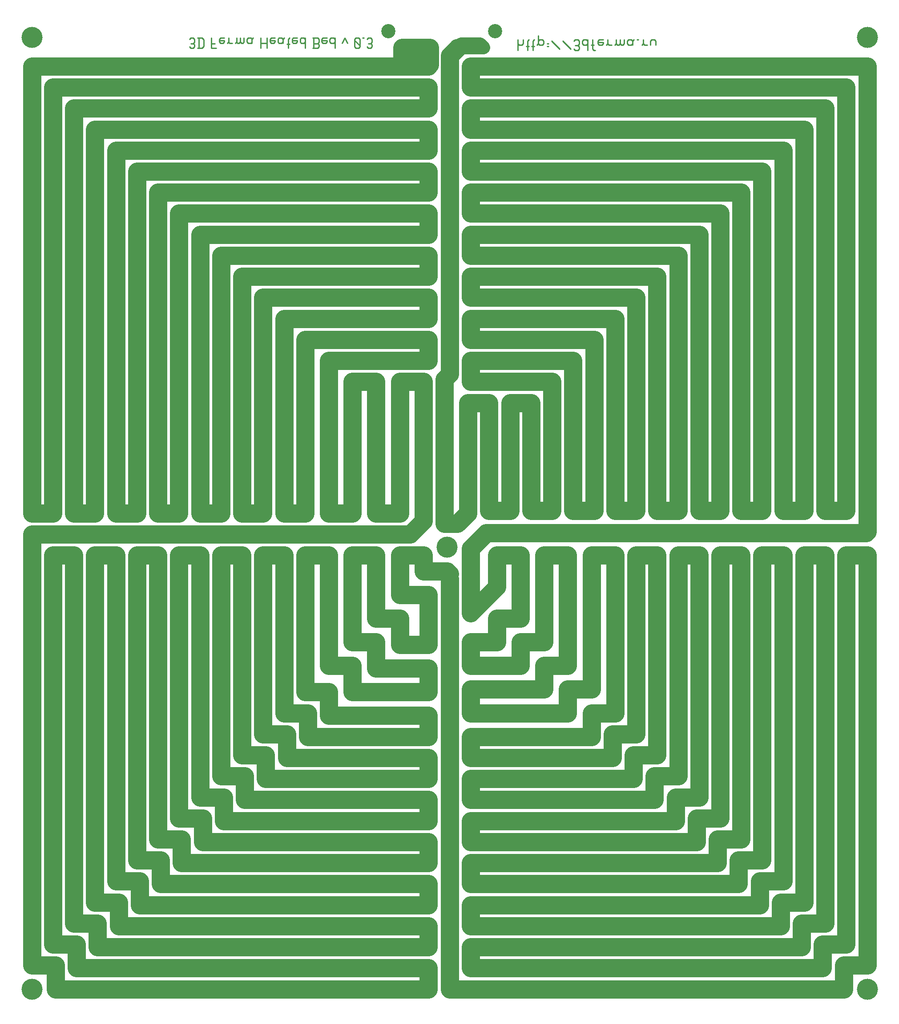
<source format=gbr>
G04 start of page 3 for group 1 idx 1 *
G04 Title: (unknown), bottom *
G04 Creator: pcb 1.99z *
G04 CreationDate: Sun 10 Nov 2013 02:53:38 PM GMT UTC *
G04 For: andrey *
G04 Format: Gerber/RS-274X *
G04 PCB-Dimensions (mm): 165.00 187.00 *
G04 PCB-Coordinate-Origin: lower left *
%MOMM*%
%FSLAX43Y43*%
%LNBOTTOM*%
%ADD24C,1.500*%
%ADD23C,3.000*%
%ADD22C,4.000*%
%ADD21C,2.700*%
%ADD20C,0.254*%
%ADD19C,3.400*%
%ADD18C,2.500*%
%ADD17C,3.450*%
%ADD16C,3.446*%
G54D16*X75000Y89500D02*X73500D01*
X77500Y92000D02*X75000Y89500D01*
X68500Y93500D02*X73000D01*
X59500D02*X64000D01*
X74000Y89500D02*X70500D01*
X51000Y93500D02*X55000D01*
X77500Y118500D02*Y92000D01*
X73000Y118500D02*X77500D01*
X73000Y93500D02*Y118500D01*
X68500D02*Y93500D01*
X64000Y118500D02*X68500D01*
X64000Y93500D02*Y118500D01*
X59500Y122500D02*Y93500D01*
X78500Y122500D02*X59500D01*
X55000Y93500D02*Y126500D01*
X51000Y130500D02*Y93500D01*
X47000D02*Y134500D01*
X43000Y93500D02*X47000D01*
X35000D02*X39000D01*
X55000Y126500D02*X78500D01*
Y130500D02*X51000D01*
X47000Y134500D02*X78500D01*
X43000Y138500D02*Y93500D01*
X39000D02*Y142500D01*
X35000Y146500D02*Y93500D01*
X78500Y138500D02*X43000D01*
X39000Y142500D02*X78500D01*
Y146500D02*X35000D01*
X31000Y150500D02*X78500D01*
Y154500D02*X27000D01*
X31000Y93500D02*Y150500D01*
X27000Y93500D02*X31000D01*
X19000D02*X23000D01*
X11000D02*X15000D01*
X27000Y154500D02*Y93500D01*
X23000D02*Y158500D01*
X19000Y162500D02*Y93500D01*
X15000D02*Y166500D01*
X11000Y170500D02*Y93500D01*
X7000D02*Y174500D01*
X3000Y178500D02*Y93500D01*
G54D17*Y89500D02*Y7500D01*
X7000Y11500D02*Y85500D01*
X11000D02*Y15500D01*
X15000Y19500D02*Y85500D01*
X19000D02*Y23500D01*
X3000Y7500D02*X7500D01*
Y3000D01*
X11500Y11500D02*X7000D01*
X19500Y15000D02*Y19500D01*
X15000D01*
X19000Y23500D02*X23500D01*
Y19000D01*
X27500Y23000D02*Y27500D01*
X23000D01*
X27000Y31500D02*X31500D01*
Y27000D01*
X23000Y27500D02*Y85500D01*
X27000D02*Y31500D01*
X31000Y35500D02*Y85500D01*
X35000D02*Y39500D01*
X39000Y43500D02*Y85500D01*
X43000D02*Y47500D01*
X47000Y51500D02*Y85500D01*
G54D16*X3000Y89500D02*X71500D01*
X3000Y93500D02*X7000D01*
X89500Y89750D02*X89375Y89625D01*
X87500Y87750D02*X89500Y89750D01*
G54D17*X86500Y86750D02*X89125Y89375D01*
G54D16*X47000Y85500D02*X51000D01*
X39000D02*X43000D01*
X31000D02*X35000D01*
X23000D02*X27000D01*
X15000D02*X19000D01*
X7000D02*X11000D01*
G54D17*X87000Y87250D02*X87375Y87625D01*
X51000Y85500D02*Y55500D01*
X55000Y59500D02*Y85500D01*
X51000Y55500D02*X55500D01*
X59500Y55000D02*Y59500D01*
X55000D01*
Y85500D02*X59500D01*
X64000D02*X68500D01*
X59500D02*Y64500D01*
X64000Y69000D02*Y85500D01*
X68500D02*Y73500D01*
X78500Y78000D02*X73000D01*
Y85500D01*
X77500D01*
Y82500D01*
X82000D01*
X86500Y74500D02*Y86750D01*
X59500Y64500D02*X64000D01*
Y59500D01*
X78500D01*
Y64000D01*
X68500D01*
Y69000D01*
X64000D01*
X73000Y68500D02*X78500D01*
X68500Y73500D02*X73000D01*
Y68500D01*
X78500D02*Y78000D01*
X86500Y55500D02*Y60000D01*
Y64500D02*Y69000D01*
G54D18*X88255Y182741D02*X88920Y182076D01*
X84759Y182741D02*X88255D01*
X84094Y182076D02*X84759Y182741D01*
X88920Y182076D02*X84094D01*
G54D17*X82500Y180482D02*X84094Y182076D01*
X86500Y162500D02*Y158500D01*
Y170500D02*Y166500D01*
Y174500D02*X90000D01*
X92500Y178500D02*X86500D01*
G54D19*X73500Y182076D02*Y178500D01*
X77076D02*X73500Y182076D01*
X78760D02*Y178760D01*
X73680Y182076D02*X78760D01*
X78500Y178500D02*X77076D01*
G54D16*X78500Y174500D02*Y170500D01*
Y166500D02*Y162500D01*
G54D19*X78760Y178760D02*X78500Y178500D01*
G54D16*X3000D01*
X78500Y170500D02*X11000D01*
X7000Y174500D02*X78500D01*
X23000Y158500D02*X78500D01*
Y162500D02*X19000D01*
X15000Y166500D02*X78500D01*
G54D17*X84000Y91500D02*X86000Y93500D01*
Y114500D02*Y94000D01*
X81500Y91500D02*X84000D01*
X94000Y94000D02*X90000D01*
X102000D02*X98000D01*
X110000D02*X106000D01*
X81500Y103500D02*Y91500D01*
Y102500D02*Y119000D01*
G54D16*X161750Y89750D02*X89500D01*
X161750D02*X162000Y90000D01*
X154000Y85500D02*X150000D01*
X162000D02*X158000D01*
X118000Y94000D02*X114000D01*
X126000D02*X122000D01*
X134000D02*X130000D01*
X142000D02*X138000D01*
X150000D02*X146000D01*
X158000D02*X154000D01*
G54D17*X82500Y120000D02*X81500Y119000D01*
X82000Y119500D01*
X90000Y114500D02*X86000D01*
X98000D02*X94000D01*
X86500Y122500D02*Y118500D01*
G54D16*X78500Y126500D02*Y122500D01*
Y134500D02*Y130500D01*
Y142500D02*Y138500D01*
Y150500D02*Y146500D01*
Y158500D02*Y154500D01*
G54D17*X106000Y122500D02*X86500D01*
Y126500D02*X90000D01*
X86500Y134500D02*X92500D01*
X86500Y142500D02*X89500D01*
X86500Y150500D02*X90000D01*
X86500Y158500D02*X89000D01*
X86500Y166500D02*X89000D01*
X82500Y120000D02*Y180482D01*
X86500Y130500D02*Y126500D01*
Y138500D02*Y134500D01*
Y146500D02*Y142500D01*
Y154500D02*Y150500D01*
Y178500D02*Y174500D01*
X90000Y94000D02*Y114500D01*
X94000D02*Y94000D01*
X98000D02*Y114500D01*
X102000Y118500D02*Y94000D01*
X86500Y118500D02*X102000D01*
X106000Y94000D02*Y122500D01*
X110000Y126500D02*Y94000D01*
G54D16*X88500Y126500D02*X110000D01*
X114000Y94000D02*Y130500D01*
X118000Y134500D02*Y94000D01*
X114000Y85500D02*X110000D01*
X122000D02*X118000D01*
X162000Y178500D02*X92000D01*
G54D17*X138000Y154500D02*X86500D01*
X146000Y162500D02*X86500D01*
G54D16*X88500Y158500D02*X142000D01*
G54D17*X154000Y170500D02*X86500D01*
G54D16*X88500Y174500D02*X158000D01*
G54D17*X114000Y130500D02*X86500D01*
X122000Y138500D02*X86500D01*
X130000Y146500D02*X86500D01*
G54D16*X88500Y142500D02*X126000D01*
X88500Y134500D02*X118000D01*
X88500Y150500D02*X134000D01*
X88500Y166500D02*X150000D01*
X122000Y94000D02*Y138500D01*
X126000Y142500D02*Y94000D01*
X130000D02*Y146500D01*
Y85500D02*X126000D01*
X134000Y150500D02*Y94000D01*
X138000D02*Y154500D01*
X142000Y158500D02*Y94000D01*
X146000D02*Y162500D01*
X138000Y85500D02*X134000D01*
X146000D02*X142000D01*
X146000D02*X142500D01*
X150000Y166500D02*Y94000D01*
X154000D02*Y170500D01*
X158000Y174500D02*Y94000D01*
X162000Y90000D02*Y178500D01*
G54D17*X82000Y82500D02*X82500Y82000D01*
G54D16*X78500Y19000D02*Y23000D01*
Y11000D02*Y15000D01*
Y3000D02*Y7000D01*
X82500Y81000D02*Y3000D01*
X86500Y47000D02*Y51000D01*
Y39000D02*Y43000D01*
Y7000D02*Y11000D01*
Y31000D02*Y35000D01*
Y23000D02*Y27000D01*
Y15000D02*Y19000D01*
X78500Y51000D02*Y55000D01*
Y43000D02*Y47000D01*
Y35000D02*Y39000D01*
Y27000D02*Y31000D01*
G54D17*X7500Y3000D02*X78500D01*
Y7000D02*X11500D01*
X15500Y11000D02*X78500D01*
Y15000D02*X19500D01*
X11500Y7000D02*Y11500D01*
X11000Y15500D02*X15500D01*
Y11000D01*
X23500Y19000D02*X78500D01*
Y23000D02*X27500D01*
X31500Y27000D02*X78500D01*
Y31000D02*X35500D01*
X39500Y35000D02*X78500D01*
X35500Y31000D02*Y35500D01*
X31000D01*
X35000Y39500D02*X39500D01*
Y35000D01*
X78500Y39000D02*X43500D01*
X47500Y43000D02*X78500D01*
Y47000D02*X51500D01*
X43500Y39000D02*Y43500D01*
X39000D01*
X43000Y47500D02*X47500D01*
Y43000D01*
X51500Y47000D02*Y51500D01*
X47000D01*
X55500Y55500D02*Y51000D01*
X78500D01*
Y55000D02*X59500D01*
X162000Y7500D02*Y85500D01*
X158000D02*Y11500D01*
X150000Y19500D02*X145500D01*
Y15000D01*
X154000Y15500D02*Y85500D01*
X150000D02*Y19500D01*
X146000Y23500D02*Y85500D01*
X142000D02*Y27500D01*
X138000Y31500D02*Y85500D01*
X134000D02*Y35500D01*
X82500Y3000D02*X157000D01*
X153500Y7000D02*X86500D01*
Y11000D02*X149500D01*
X82500Y3000D02*X157500D01*
Y7500D01*
X162000D01*
X158000Y11500D02*X153500D01*
Y7000D01*
X149500Y11000D02*Y15500D01*
X154000D01*
X145500Y15000D02*X86500D01*
Y19000D02*X141500D01*
X137500Y23000D02*X86500D01*
Y27000D02*X133500D01*
X141500Y19000D02*Y23500D01*
X146000D01*
X142000Y27500D02*X137500D01*
Y23000D01*
X133500Y27000D02*Y31500D01*
X138000D01*
X109500Y85500D02*Y60000D01*
X105000Y64500D02*Y85500D01*
X100500D01*
Y69000D01*
X109500Y60000D02*X105000D01*
X100500D02*Y64500D01*
X105000D01*
X100500Y69000D02*X96000D01*
Y64500D01*
X105000Y60000D02*Y55500D01*
X86500D01*
Y60000D02*X100500D01*
X96000Y64500D02*X86500D01*
Y69000D02*X91500D01*
Y73500D01*
X96000D01*
Y85500D01*
X91500D01*
Y79500D01*
X86500Y74500D01*
X134000Y35500D02*X129500D01*
Y31000D01*
X125500Y35000D02*Y39500D01*
X130000D01*
X126000Y43500D02*X121500D01*
Y39000D01*
X117500Y43000D02*Y47500D01*
X122000D01*
X118000Y51500D02*X113500D01*
Y47000D01*
X109500Y51000D02*Y55500D01*
X114000D01*
X129500Y31000D02*X86500D01*
Y35000D02*X125500D01*
X121500Y39000D02*X86500D01*
Y43000D02*X117500D01*
X130000Y39500D02*Y85500D01*
X126000D02*Y43500D01*
X122000Y47500D02*Y85500D01*
X118000D02*Y51500D01*
X114000Y55500D02*Y85500D01*
X113500Y47000D02*X86500D01*
Y51000D02*X109500D01*
G54D20*X33000Y182212D02*X33237Y181975D01*
X33712D01*
X33950Y182212D01*
X33712Y183875D02*X33950Y183637D01*
X33237Y183875D02*X33712D01*
X33000Y183637D02*X33237Y183875D01*
Y182830D02*X33712D01*
X33950Y182212D02*Y182592D01*
Y183067D02*Y183637D01*
Y183067D02*X33712Y182830D01*
X33950Y182592D02*X33712Y182830D01*
X34757Y181975D02*Y183875D01*
X35375Y181975D02*X35707Y182307D01*
Y183542D01*
X35375Y183875D02*X35707Y183542D01*
X34520Y183875D02*X35375D01*
X34520Y181975D02*X35375D01*
X37132D02*Y183875D01*
Y181975D02*X38082D01*
X37132Y182830D02*X37845D01*
X38890Y183875D02*X39602D01*
X38652Y183637D02*X38890Y183875D01*
X38652Y183162D02*Y183637D01*
Y183162D02*X38890Y182925D01*
X39365D01*
X39602Y183162D01*
X38652Y183400D02*X39602D01*
Y183162D02*Y183400D01*
X40410Y183162D02*Y183875D01*
Y183162D02*X40647Y182925D01*
X41122D01*
X40172D02*X40410Y183162D01*
X41930D02*Y183875D01*
Y183162D02*X42167Y182925D01*
X42405D01*
X42642Y183162D01*
Y183875D01*
Y183162D02*X42880Y182925D01*
X43117D01*
X43355Y183162D01*
Y183875D01*
X41692Y182925D02*X41930Y183162D01*
X44637Y182925D02*X44875Y183162D01*
X44162Y182925D02*X44637D01*
X43925Y183162D02*X44162Y182925D01*
X43925Y183162D02*Y183637D01*
X44162Y183875D01*
X44875Y182925D02*Y183637D01*
X45112Y183875D01*
X44162D02*X44637D01*
X44875Y183637D01*
X46537Y181975D02*Y183875D01*
X47724Y181975D02*Y183875D01*
X46537Y182925D02*X47724D01*
X48532Y183875D02*X49244D01*
X48294Y183637D02*X48532Y183875D01*
X48294Y183162D02*Y183637D01*
Y183162D02*X48532Y182925D01*
X49007D01*
X49244Y183162D01*
X48294Y183400D02*X49244D01*
Y183162D02*Y183400D01*
X50527Y182925D02*X50764Y183162D01*
X50052Y182925D02*X50527D01*
X49814Y183162D02*X50052Y182925D01*
X49814Y183162D02*Y183637D01*
X50052Y183875D01*
X50764Y182925D02*Y183637D01*
X51002Y183875D01*
X50052D02*X50527D01*
X50764Y183637D01*
X51809Y181975D02*Y183637D01*
X52047Y183875D01*
X51572Y182687D02*X52047D01*
X52759Y183875D02*X53472D01*
X52522Y183637D02*X52759Y183875D01*
X52522Y183162D02*Y183637D01*
Y183162D02*X52759Y182925D01*
X53234D01*
X53472Y183162D01*
X52522Y183400D02*X53472D01*
Y183162D02*Y183400D01*
X54992Y181975D02*Y183875D01*
X54754D02*X54992Y183637D01*
X54279Y183875D02*X54754D01*
X54042Y183637D02*X54279Y183875D01*
X54042Y183162D02*Y183637D01*
Y183162D02*X54279Y182925D01*
X54754D01*
X54992Y183162D01*
X56417Y183875D02*X57366D01*
X57604Y183637D01*
Y183067D02*Y183637D01*
X57366Y182830D02*X57604Y183067D01*
X56654Y182830D02*X57366D01*
X56654Y181975D02*Y183875D01*
X56417Y181975D02*X57366D01*
X57604Y182212D01*
Y182592D01*
X57366Y182830D02*X57604Y182592D01*
X58411Y183875D02*X59124D01*
X58174Y183637D02*X58411Y183875D01*
X58174Y183162D02*Y183637D01*
Y183162D02*X58411Y182925D01*
X58886D01*
X59124Y183162D01*
X58174Y183400D02*X59124D01*
Y183162D02*Y183400D01*
X60644Y181975D02*Y183875D01*
X60406D02*X60644Y183637D01*
X59931Y183875D02*X60406D01*
X59694Y183637D02*X59931Y183875D01*
X59694Y183162D02*Y183637D01*
Y183162D02*X59931Y182925D01*
X60406D01*
X60644Y183162D01*
X62069Y182925D02*X62544Y183875D01*
X63019Y182925D02*X62544Y183875D01*
X64444Y183637D02*X64681Y183875D01*
X64444Y182212D02*Y183637D01*
Y182212D02*X64681Y181975D01*
X65156D01*
X65394Y182212D01*
Y183637D01*
X65156Y183875D02*X65394Y183637D01*
X64681Y183875D02*X65156D01*
X64444Y183400D02*X65394Y182450D01*
X65964Y183875D02*X66201D01*
X66771Y182212D02*X67009Y181975D01*
X67484D01*
X67721Y182212D01*
X67484Y183875D02*X67721Y183637D01*
X67009Y183875D02*X67484D01*
X66771Y183637D02*X67009Y183875D01*
Y182830D02*X67484D01*
X67721Y182212D02*Y182592D01*
Y183067D02*Y183637D01*
Y183067D02*X67484Y182830D01*
X67721Y182592D02*X67484Y182830D01*
X95500Y181508D02*Y183540D01*
Y182778D02*X95754Y182524D01*
X96262D01*
X96516Y182778D01*
Y183540D01*
X97380Y181508D02*Y183286D01*
X97634Y183540D01*
X97126Y182270D02*X97634D01*
X98396Y181508D02*Y183286D01*
X98650Y183540D01*
X98142Y182270D02*X98650D01*
X99412Y182778D02*Y184302D01*
X99158Y182524D02*X99412Y182778D01*
X99666Y182524D01*
X100174D01*
X100428Y182778D01*
Y183286D01*
X100174Y183540D02*X100428Y183286D01*
X99666Y183540D02*X100174D01*
X99412Y183286D02*X99666Y183540D01*
X101037Y182270D02*X101291D01*
X101037Y182778D02*X101291D01*
X101901Y183286D02*X103425Y181762D01*
X104034Y183286D02*X105558Y181762D01*
X106168D02*X106422Y181508D01*
X106930D01*
X107184Y181762D01*
X106930Y183540D02*X107184Y183286D01*
X106422Y183540D02*X106930D01*
X106168Y183286D02*X106422Y183540D01*
Y182422D02*X106930D01*
X107184Y181762D02*Y182168D01*
Y182676D02*Y183286D01*
Y182676D02*X106930Y182422D01*
X107184Y182168D02*X106930Y182422D01*
X108810Y181508D02*Y183540D01*
X108556D02*X108810Y183286D01*
X108048Y183540D02*X108556D01*
X107794Y183286D02*X108048Y183540D01*
X107794Y182778D02*Y183286D01*
Y182778D02*X108048Y182524D01*
X108556D01*
X108810Y182778D01*
X109673Y181762D02*Y183540D01*
Y181762D02*X109927Y181508D01*
X110181D01*
X109419Y182524D02*X109927D01*
X110943Y183540D02*X111705D01*
X110689Y183286D02*X110943Y183540D01*
X110689Y182778D02*Y183286D01*
Y182778D02*X110943Y182524D01*
X111451D01*
X111705Y182778D01*
X110689Y183032D02*X111705D01*
Y182778D02*Y183032D01*
X112569Y182778D02*Y183540D01*
Y182778D02*X112823Y182524D01*
X113331D01*
X112315D02*X112569Y182778D01*
X114194D02*Y183540D01*
Y182778D02*X114448Y182524D01*
X114702D01*
X114956Y182778D01*
Y183540D01*
Y182778D02*X115210Y182524D01*
X115464D01*
X115718Y182778D01*
Y183540D01*
X113940Y182524D02*X114194Y182778D01*
X117090Y182524D02*X117344Y182778D01*
X116582Y182524D02*X117090D01*
X116328Y182778D02*X116582Y182524D01*
X116328Y182778D02*Y183286D01*
X116582Y183540D01*
X117344Y182524D02*Y183286D01*
X117598Y183540D01*
X116582D02*X117090D01*
X117344Y183286D01*
X118208Y183540D02*X118462D01*
X119325Y182778D02*Y183540D01*
Y182778D02*X119579Y182524D01*
X120087D01*
X119071D02*X119325Y182778D01*
X120697Y182524D02*Y183286D01*
X120951Y183540D01*
X121459D01*
X121713Y183286D01*
Y182524D02*Y183286D01*
G54D21*X91188Y185130D03*
G54D18*X83822Y182336D03*
X73408D03*
G54D21*X70868Y185130D03*
G54D18*X88648Y182336D03*
X78488D03*
G54D22*X3000Y184000D03*
X162000D03*
Y3000D03*
X3000D03*
X82000Y87000D03*
G54D23*G54D18*G54D24*G54D18*G54D24*M02*

</source>
